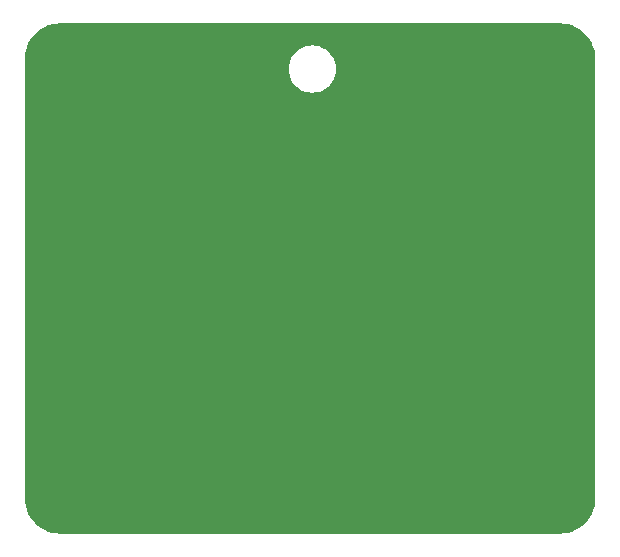
<source format=gbr>
%TF.GenerationSoftware,KiCad,Pcbnew,7.0.2*%
%TF.CreationDate,2024-01-29T22:05:24-05:00*%
%TF.ProjectId,dpx_perv_5x10-smt,6470785f-7065-4727-965f-357831302d73,rev?*%
%TF.SameCoordinates,Original*%
%TF.FileFunction,Soldermask,Bot*%
%TF.FilePolarity,Negative*%
%FSLAX46Y46*%
G04 Gerber Fmt 4.6, Leading zero omitted, Abs format (unit mm)*
G04 Created by KiCad (PCBNEW 7.0.2) date 2024-01-29 22:05:24*
%MOMM*%
%LPD*%
G01*
G04 APERTURE LIST*
%ADD10R,1.700000X1.700000*%
%ADD11O,1.700000X1.700000*%
G04 APERTURE END LIST*
D10*
%TO.C,REF\u002A\u002A*%
X51280000Y-59030000D03*
D11*
X51280000Y-61570000D03*
X51280000Y-64110000D03*
X51280000Y-66650000D03*
X51280000Y-69190000D03*
%TD*%
D10*
%TO.C,J1*%
X46220000Y-33615000D03*
D11*
X43680000Y-33615000D03*
X46220000Y-36155000D03*
X43680000Y-36155000D03*
X46220000Y-38695000D03*
X43680000Y-38695000D03*
X46220000Y-41235000D03*
X43680000Y-41235000D03*
X46220000Y-43775000D03*
X43680000Y-43775000D03*
X46220000Y-46315000D03*
X43680000Y-46315000D03*
X46220000Y-48855000D03*
X43680000Y-48855000D03*
X46220000Y-51395000D03*
X43680000Y-51395000D03*
X46220000Y-53935000D03*
X43680000Y-53935000D03*
X46220000Y-56475000D03*
X43680000Y-56475000D03*
X46220000Y-59015000D03*
X43680000Y-59015000D03*
X46220000Y-61555000D03*
X43680000Y-61555000D03*
X46220000Y-64095000D03*
X43680000Y-64095000D03*
X46220000Y-66635000D03*
X43680000Y-66635000D03*
X46220000Y-69175000D03*
X43680000Y-69175000D03*
%TD*%
D10*
%TO.C,J2*%
X86770000Y-33615000D03*
D11*
X84230000Y-33615000D03*
X86770000Y-36155000D03*
X84230000Y-36155000D03*
X86770000Y-38695000D03*
X84230000Y-38695000D03*
X86770000Y-41235000D03*
X84230000Y-41235000D03*
X86770000Y-43775000D03*
X84230000Y-43775000D03*
X86770000Y-46315000D03*
X84230000Y-46315000D03*
X86770000Y-48855000D03*
X84230000Y-48855000D03*
X86770000Y-51395000D03*
X84230000Y-51395000D03*
X86770000Y-53935000D03*
X84230000Y-53935000D03*
X86770000Y-56475000D03*
X84230000Y-56475000D03*
X86770000Y-59015000D03*
X84230000Y-59015000D03*
X86770000Y-61555000D03*
X84230000Y-61555000D03*
X86770000Y-64095000D03*
X84230000Y-64095000D03*
X86770000Y-66635000D03*
X84230000Y-66635000D03*
X86770000Y-69175000D03*
X84230000Y-69175000D03*
%TD*%
D10*
%TO.C,REF\u002A\u002A*%
X79210000Y-59030000D03*
D11*
X79210000Y-61570000D03*
X79210000Y-64110000D03*
X79210000Y-66650000D03*
X79210000Y-69190000D03*
%TD*%
D10*
%TO.C,REF\u002A\u002A*%
X61440000Y-59030000D03*
D11*
X61440000Y-61570000D03*
X61440000Y-64110000D03*
X61440000Y-66650000D03*
X61440000Y-69190000D03*
%TD*%
%TO.C,*%
X74240000Y-65270000D03*
%TD*%
D10*
%TO.C,REF\u002A\u002A*%
X69050000Y-59030000D03*
D11*
X69050000Y-61570000D03*
X69050000Y-64110000D03*
X69050000Y-66650000D03*
X69050000Y-69190000D03*
%TD*%
%TO.C,U2*%
X79195000Y-46310000D03*
X76655000Y-46310000D03*
X74115000Y-46310000D03*
X71575000Y-46310000D03*
X69035000Y-46310000D03*
X61435000Y-46310000D03*
X79195000Y-48850000D03*
X76655000Y-48850000D03*
X74115000Y-48850000D03*
X71575000Y-48850000D03*
X69035000Y-48850000D03*
X61435000Y-48850000D03*
X58895000Y-48850000D03*
X58885000Y-46310000D03*
X56355000Y-48850000D03*
X56345000Y-46310000D03*
X53815000Y-48850000D03*
X53805000Y-46310000D03*
X51275000Y-48850000D03*
X51265000Y-46310000D03*
X79195000Y-51390000D03*
X76655000Y-51390000D03*
X74115000Y-51390000D03*
X71575000Y-51390000D03*
X69035000Y-51390000D03*
X61435000Y-51390000D03*
X58895000Y-51390000D03*
X56355000Y-51390000D03*
X53815000Y-51390000D03*
X51275000Y-51390000D03*
X79195000Y-53930000D03*
X76655000Y-53930000D03*
X74115000Y-53930000D03*
X71575000Y-53930000D03*
X69035000Y-53930000D03*
X61435000Y-53930000D03*
X58895000Y-53930000D03*
X56355000Y-53930000D03*
X53815000Y-53930000D03*
X51275000Y-53930000D03*
X79195000Y-56470000D03*
X76655000Y-56470000D03*
X74115000Y-56470000D03*
X71575000Y-56470000D03*
X69035000Y-56470000D03*
X61435000Y-56470000D03*
X58895000Y-56470000D03*
X56355000Y-56470000D03*
X53815000Y-56470000D03*
X51275000Y-56470000D03*
%TD*%
%TO.C,U1*%
X79180000Y-33615000D03*
X76640000Y-33615000D03*
X74100000Y-33615000D03*
X71560000Y-33615000D03*
X69020000Y-33615000D03*
X61420000Y-33615000D03*
X79180000Y-36155000D03*
X76640000Y-36155000D03*
X74100000Y-36155000D03*
X71560000Y-36155000D03*
X69020000Y-36155000D03*
X61420000Y-36155000D03*
X58880000Y-36155000D03*
X58870000Y-33615000D03*
X56340000Y-36155000D03*
X56330000Y-33615000D03*
X53800000Y-36155000D03*
X53790000Y-33615000D03*
X51260000Y-36155000D03*
X51250000Y-33615000D03*
X79180000Y-38695000D03*
X76640000Y-38695000D03*
X74100000Y-38695000D03*
X71560000Y-38695000D03*
X69020000Y-38695000D03*
X61420000Y-38695000D03*
X58880000Y-38695000D03*
X56340000Y-38695000D03*
X53800000Y-38695000D03*
X51260000Y-38695000D03*
X79180000Y-41235000D03*
X76640000Y-41235000D03*
X74100000Y-41235000D03*
X71560000Y-41235000D03*
X69020000Y-41235000D03*
X61420000Y-41235000D03*
X58880000Y-41235000D03*
X56340000Y-41235000D03*
X53800000Y-41235000D03*
X51260000Y-41235000D03*
X79180000Y-43775000D03*
X76640000Y-43775000D03*
X74100000Y-43775000D03*
X71560000Y-43775000D03*
X69020000Y-43775000D03*
X61420000Y-43775000D03*
X58880000Y-43775000D03*
X56340000Y-43775000D03*
X53800000Y-43775000D03*
X51260000Y-43775000D03*
%TD*%
G36*
X86218471Y-29725195D02*
G01*
X86543940Y-29743472D01*
X86557759Y-29745029D01*
X86875695Y-29799049D01*
X86889252Y-29802143D01*
X87199148Y-29891423D01*
X87212272Y-29896016D01*
X87510215Y-30019427D01*
X87522744Y-30025460D01*
X87805006Y-30181461D01*
X87816780Y-30188860D01*
X88079783Y-30375471D01*
X88090655Y-30384140D01*
X88331127Y-30599039D01*
X88340960Y-30608872D01*
X88555859Y-30849344D01*
X88564528Y-30860216D01*
X88751139Y-31123219D01*
X88758538Y-31134993D01*
X88914539Y-31417255D01*
X88920572Y-31429784D01*
X89043983Y-31727727D01*
X89048576Y-31740851D01*
X89137856Y-32050747D01*
X89140950Y-32064304D01*
X89194970Y-32382240D01*
X89196527Y-32396058D01*
X89214805Y-32721527D01*
X89215000Y-32728480D01*
X89215000Y-69921519D01*
X89214805Y-69928472D01*
X89196527Y-70253941D01*
X89194970Y-70267759D01*
X89140950Y-70585695D01*
X89137856Y-70599252D01*
X89048576Y-70909148D01*
X89043983Y-70922272D01*
X88920572Y-71220215D01*
X88914539Y-71232744D01*
X88758538Y-71515006D01*
X88751139Y-71526780D01*
X88564528Y-71789783D01*
X88555859Y-71800655D01*
X88340960Y-72041127D01*
X88331127Y-72050960D01*
X88090655Y-72265859D01*
X88079783Y-72274528D01*
X87816780Y-72461139D01*
X87805006Y-72468538D01*
X87522744Y-72624539D01*
X87510215Y-72630572D01*
X87212272Y-72753983D01*
X87199148Y-72758576D01*
X86889252Y-72847856D01*
X86875695Y-72850950D01*
X86557759Y-72904970D01*
X86543941Y-72906527D01*
X86218472Y-72924805D01*
X86211519Y-72925000D01*
X43903481Y-72925000D01*
X43896528Y-72924805D01*
X43571058Y-72906527D01*
X43557240Y-72904970D01*
X43239304Y-72850950D01*
X43225747Y-72847856D01*
X42915851Y-72758576D01*
X42902727Y-72753983D01*
X42604784Y-72630572D01*
X42592255Y-72624539D01*
X42309993Y-72468538D01*
X42298219Y-72461139D01*
X42035216Y-72274528D01*
X42024344Y-72265859D01*
X41783872Y-72050960D01*
X41774039Y-72041127D01*
X41559140Y-71800655D01*
X41550471Y-71789783D01*
X41363860Y-71526780D01*
X41356461Y-71515006D01*
X41200460Y-71232744D01*
X41194427Y-71220215D01*
X41071016Y-70922272D01*
X41066423Y-70909148D01*
X40977143Y-70599252D01*
X40974049Y-70585695D01*
X40920029Y-70267759D01*
X40918472Y-70253940D01*
X40900195Y-69928471D01*
X40900000Y-69921519D01*
X40900000Y-44851666D01*
X40937138Y-33589999D01*
X63239999Y-33589999D01*
X63260357Y-33874630D01*
X63321012Y-34153460D01*
X63420738Y-34420833D01*
X63557491Y-34671280D01*
X63728503Y-34899723D01*
X63930276Y-35101496D01*
X64158719Y-35272508D01*
X64409166Y-35409261D01*
X64676539Y-35508987D01*
X64955369Y-35569642D01*
X65239999Y-35590000D01*
X65524630Y-35569642D01*
X65803460Y-35508987D01*
X66070833Y-35409261D01*
X66321280Y-35272508D01*
X66549723Y-35101496D01*
X66751496Y-34899723D01*
X66922508Y-34671280D01*
X67059261Y-34420833D01*
X67158987Y-34153460D01*
X67219642Y-33874630D01*
X67240000Y-33589999D01*
X67219642Y-33305369D01*
X67158987Y-33026539D01*
X67059261Y-32759166D01*
X66922508Y-32508719D01*
X66751496Y-32280276D01*
X66549723Y-32078503D01*
X66321280Y-31907491D01*
X66070833Y-31770738D01*
X65803460Y-31671012D01*
X65524630Y-31610357D01*
X65240000Y-31589999D01*
X64955369Y-31610357D01*
X64676539Y-31671012D01*
X64409166Y-31770738D01*
X64158719Y-31907491D01*
X63930276Y-32078503D01*
X63728503Y-32280276D01*
X63557491Y-32508719D01*
X63420738Y-32759166D01*
X63321012Y-33026539D01*
X63260357Y-33305369D01*
X63239999Y-33589999D01*
X40937138Y-33589999D01*
X40941505Y-32265900D01*
X40943256Y-32245538D01*
X40974049Y-32064304D01*
X40977143Y-32050747D01*
X41066423Y-31740851D01*
X41071016Y-31727727D01*
X41194427Y-31429784D01*
X41200460Y-31417255D01*
X41356461Y-31134993D01*
X41363860Y-31123219D01*
X41550471Y-30860216D01*
X41559140Y-30849344D01*
X41774039Y-30608872D01*
X41783872Y-30599039D01*
X42024344Y-30384140D01*
X42035216Y-30375471D01*
X42298219Y-30188860D01*
X42309993Y-30181461D01*
X42592255Y-30025460D01*
X42604784Y-30019427D01*
X42902727Y-29896016D01*
X42915851Y-29891423D01*
X43225747Y-29802143D01*
X43239304Y-29799049D01*
X43557240Y-29745029D01*
X43571059Y-29743472D01*
X43896529Y-29725195D01*
X43903481Y-29725000D01*
X86211519Y-29725000D01*
X86218471Y-29725195D01*
G37*
M02*

</source>
